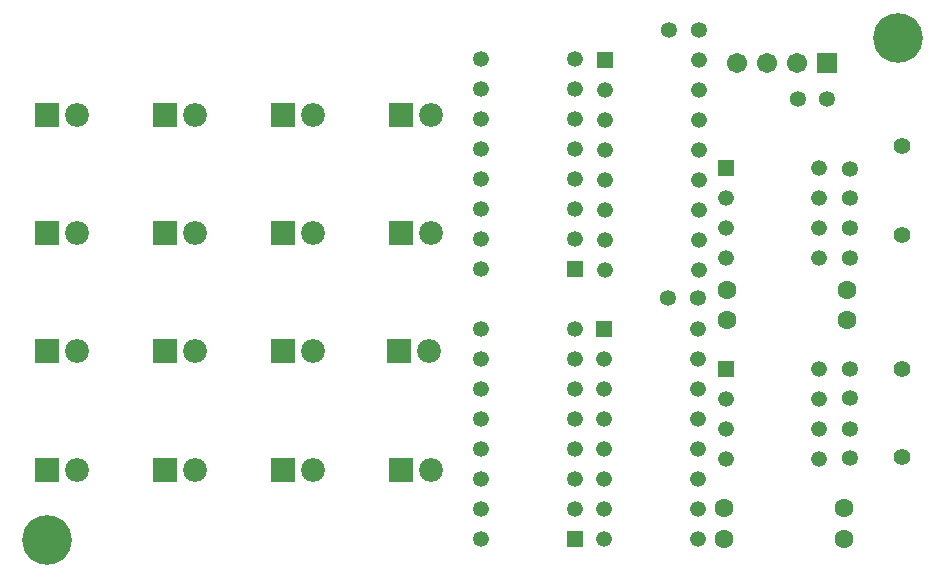
<source format=gbs>
G04*
G04 #@! TF.GenerationSoftware,Altium Limited,Altium Designer,22.8.2 (66)*
G04*
G04 Layer_Color=16711935*
%FSLAX25Y25*%
%MOIN*%
G70*
G04*
G04 #@! TF.SameCoordinates,5B850A69-A84A-478A-A9FA-D5DC90572E9C*
G04*
G04*
G04 #@! TF.FilePolarity,Negative*
G04*
G01*
G75*
%ADD14C,0.16548*%
%ADD15C,0.06737*%
%ADD16R,0.06737X0.06737*%
%ADD17C,0.05249*%
%ADD18R,0.05249X0.05249*%
%ADD19C,0.06312*%
%ADD20C,0.05328*%
%ADD21C,0.05524*%
%ADD22R,0.05288X0.05288*%
%ADD23C,0.05288*%
%ADD24R,0.07946X0.07946*%
%ADD25C,0.07946*%
D14*
X496063Y368110D02*
D03*
X212598Y200787D02*
D03*
D15*
X442417Y359862D02*
D03*
X452417D02*
D03*
X462417D02*
D03*
D16*
X472417D02*
D03*
D17*
X469961Y258071D02*
D03*
Y248071D02*
D03*
Y238071D02*
D03*
Y228071D02*
D03*
X438701D02*
D03*
Y238071D02*
D03*
Y248071D02*
D03*
X469961Y324843D02*
D03*
Y314843D02*
D03*
Y304843D02*
D03*
Y294843D02*
D03*
X438701D02*
D03*
Y304843D02*
D03*
Y314843D02*
D03*
X398543Y350984D02*
D03*
Y340984D02*
D03*
Y330984D02*
D03*
Y320984D02*
D03*
Y310984D02*
D03*
Y300984D02*
D03*
Y290984D02*
D03*
X429803D02*
D03*
Y300984D02*
D03*
Y310984D02*
D03*
Y320984D02*
D03*
Y330984D02*
D03*
Y340984D02*
D03*
Y350984D02*
D03*
Y360984D02*
D03*
X429410Y271220D02*
D03*
Y261220D02*
D03*
Y251220D02*
D03*
Y241220D02*
D03*
Y231220D02*
D03*
Y221220D02*
D03*
Y211220D02*
D03*
Y201220D02*
D03*
X398150D02*
D03*
Y211220D02*
D03*
Y221220D02*
D03*
Y231220D02*
D03*
Y241220D02*
D03*
Y251220D02*
D03*
Y261220D02*
D03*
D18*
X438701Y258071D02*
D03*
Y324843D02*
D03*
X398543Y360984D02*
D03*
X398150Y271220D02*
D03*
D19*
X479095Y274409D02*
D03*
X439095D02*
D03*
Y284252D02*
D03*
X479095D02*
D03*
X478268Y201220D02*
D03*
X438268D02*
D03*
Y211417D02*
D03*
X478268D02*
D03*
D20*
X462795Y348032D02*
D03*
X472638D02*
D03*
X480315Y295079D02*
D03*
Y304921D02*
D03*
Y314764D02*
D03*
Y324606D02*
D03*
Y248228D02*
D03*
Y258071D02*
D03*
Y228150D02*
D03*
Y237992D02*
D03*
X429331Y281496D02*
D03*
X419488D02*
D03*
X429724Y370866D02*
D03*
X419882D02*
D03*
D21*
X497638Y302559D02*
D03*
Y332087D02*
D03*
X497638Y228543D02*
D03*
Y258071D02*
D03*
D22*
X388347Y291181D02*
D03*
Y201220D02*
D03*
D23*
Y301181D02*
D03*
Y311181D02*
D03*
Y321181D02*
D03*
Y331181D02*
D03*
Y341181D02*
D03*
Y351181D02*
D03*
Y361181D02*
D03*
X357087D02*
D03*
Y351181D02*
D03*
Y341181D02*
D03*
Y331181D02*
D03*
Y321181D02*
D03*
Y311181D02*
D03*
Y301181D02*
D03*
Y291181D02*
D03*
Y201220D02*
D03*
Y211220D02*
D03*
Y221220D02*
D03*
Y231220D02*
D03*
Y241220D02*
D03*
Y251220D02*
D03*
Y261220D02*
D03*
Y271220D02*
D03*
X388347D02*
D03*
Y261220D02*
D03*
Y251220D02*
D03*
Y241220D02*
D03*
Y231220D02*
D03*
Y221220D02*
D03*
Y211220D02*
D03*
D24*
X330433Y224409D02*
D03*
X291063D02*
D03*
X251693D02*
D03*
X329661Y263780D02*
D03*
X291063D02*
D03*
X251693D02*
D03*
X330433Y303150D02*
D03*
X291063D02*
D03*
X212323Y263780D02*
D03*
X330433Y342520D02*
D03*
X212323Y224409D02*
D03*
X291063Y342520D02*
D03*
X251693Y303150D02*
D03*
X212323D02*
D03*
Y342520D02*
D03*
X251693D02*
D03*
D25*
X340433Y224409D02*
D03*
X301063D02*
D03*
X261693D02*
D03*
X339661Y263780D02*
D03*
X301063D02*
D03*
X261693D02*
D03*
X340433Y303150D02*
D03*
X301063D02*
D03*
X222323Y263780D02*
D03*
X340433Y342520D02*
D03*
X222323Y224409D02*
D03*
X301063Y342520D02*
D03*
X261693Y303150D02*
D03*
X222323D02*
D03*
Y342520D02*
D03*
X261693D02*
D03*
M02*

</source>
